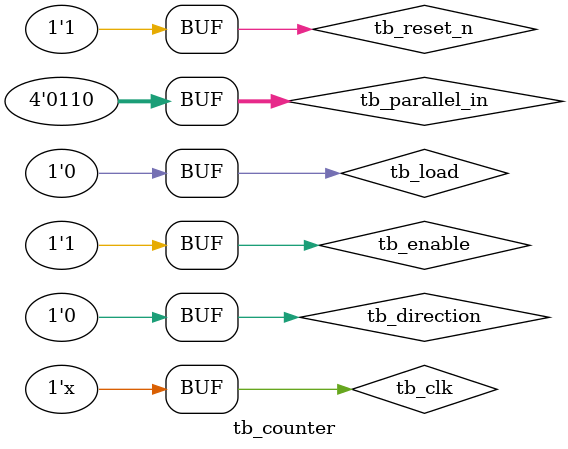
<source format=v>
`timescale 1ns/1ps

module tb_counter();

  reg tb_clk = 1'b1;
  reg tb_reset_n = 1'b1;
  reg tb_enable = 1'b0;
  reg tb_direction = 1'b1;
  reg [3:0] tb_parallel_in = 4'b0110;
  reg tb_load = 1'b0;
  wire [3:0] tb_cout;


  counter counter_peldany
  (
    .clk(tb_clk),
    .reset_n(tb_reset_n),
    .enable(tb_enable),
    .direction(tb_direction),
    .parallel_in(tb_parallel_in),
    .load(tb_load),
    .cout(tb_cout)
  );

  initial begin
    #356 tb_reset_n <= 1'b0;
    #356 tb_reset_n <= 1'b1;
    
    #123 tb_enable <= 1'b1;

    #345 tb_load <= 1'b1;

    #876 tb_load <= 1'b0;

    #1000 tb_direction <= 1'b0;
  end

  always begin
    #50 tb_clk <= ~tb_clk;
  end

endmodule // tb_counter
</source>
